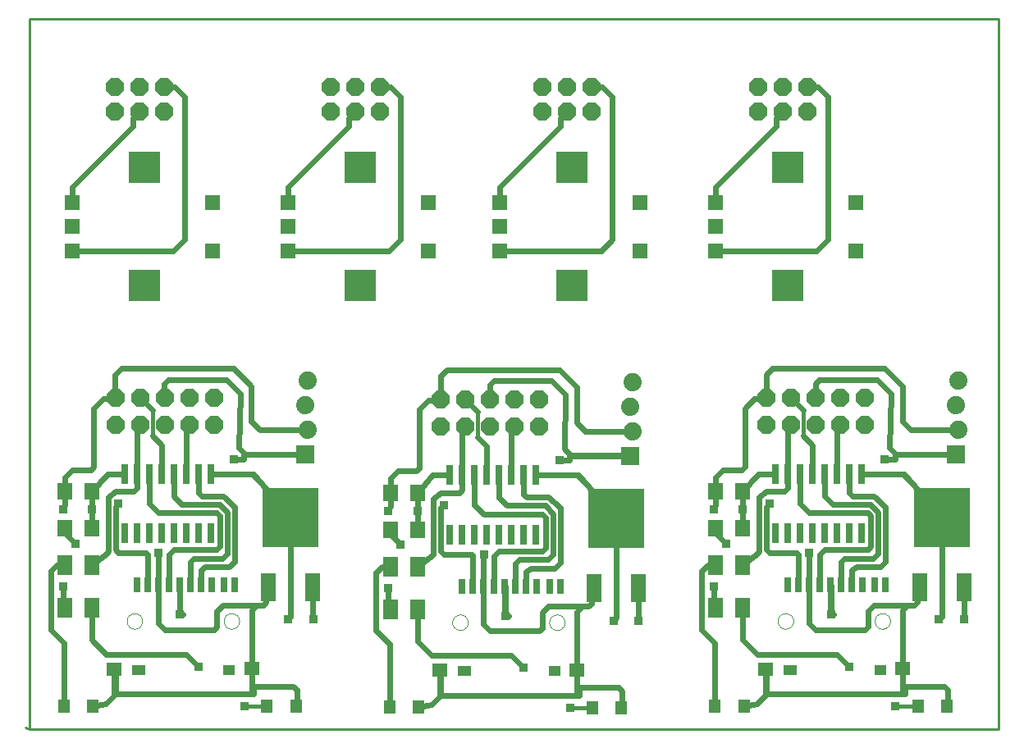
<source format=gtl>
G75*
G70*
%OFA0B0*%
%FSLAX24Y24*%
%IPPOS*%
%LPD*%
%AMOC8*
5,1,8,0,0,1.08239X$1,22.5*
%
%ADD10C,0.0100*%
%ADD11OC8,0.0740*%
%ADD12R,0.0594X0.0594*%
%ADD13R,0.1266X0.1266*%
%ADD14R,0.2283X0.2441*%
%ADD15R,0.0630X0.1181*%
%ADD16R,0.0630X0.0709*%
%ADD17R,0.0260X0.0800*%
%ADD18R,0.0591X0.0531*%
%ADD19R,0.0551X0.0394*%
%ADD20R,0.0512X0.0394*%
%ADD21R,0.0295X0.0591*%
%ADD22C,0.0000*%
%ADD23R,0.0472X0.0551*%
%ADD24R,0.0630X0.0787*%
%ADD25R,0.0740X0.0740*%
%ADD26C,0.0740*%
%ADD27C,0.0240*%
%ADD28R,0.0356X0.0356*%
%ADD29C,0.0160*%
D10*
X000304Y002050D02*
X000304Y030914D01*
X039674Y030914D01*
X039674Y002050D01*
X000304Y002050D01*
X000150Y002101D01*
D11*
X003794Y014410D03*
X004794Y014410D03*
X005794Y014410D03*
X006794Y014410D03*
X007794Y014410D03*
X007794Y015510D03*
X006794Y015510D03*
X005794Y015510D03*
X004794Y015510D03*
X003794Y015510D03*
X017016Y015458D03*
X018016Y015458D03*
X019016Y015458D03*
X020016Y015458D03*
X021016Y015458D03*
X021016Y014358D03*
X020016Y014358D03*
X019016Y014358D03*
X018016Y014358D03*
X017016Y014358D03*
X030239Y014410D03*
X031239Y014410D03*
X032239Y014410D03*
X033239Y014410D03*
X034239Y014410D03*
X034239Y015510D03*
X033239Y015510D03*
X032239Y015510D03*
X031239Y015510D03*
X030239Y015510D03*
X029916Y027142D03*
X030916Y027142D03*
X030916Y028142D03*
X029916Y028142D03*
X031916Y028142D03*
X031916Y027142D03*
X023153Y027142D03*
X023153Y028142D03*
X022153Y028142D03*
X021153Y028142D03*
X021153Y027142D03*
X022153Y027142D03*
X014543Y027142D03*
X013543Y027142D03*
X013543Y028142D03*
X014543Y028142D03*
X012543Y028142D03*
X012543Y027142D03*
X005779Y027142D03*
X005779Y028142D03*
X004779Y028142D03*
X004779Y027142D03*
X003779Y027142D03*
X003779Y028142D03*
D12*
X002030Y023448D03*
X002030Y022463D03*
X002030Y021479D03*
X007738Y021479D03*
X007738Y023448D03*
X010793Y023448D03*
X010793Y022463D03*
X010793Y021479D03*
X016502Y021479D03*
X016502Y023448D03*
X019403Y023448D03*
X019403Y022463D03*
X019403Y021479D03*
X025112Y021479D03*
X025112Y023448D03*
X028167Y023448D03*
X028167Y022463D03*
X028167Y021479D03*
X033876Y021479D03*
X033876Y023448D03*
D13*
X031120Y024865D03*
X031120Y020062D03*
X022356Y020062D03*
X022356Y024865D03*
X013746Y024865D03*
X013746Y020062D03*
X004983Y020062D03*
X004983Y024865D03*
D14*
X010919Y010647D03*
X024141Y010595D03*
X037364Y010647D03*
D15*
X038261Y007820D03*
X036466Y007820D03*
X025039Y007769D03*
X023244Y007769D03*
X011816Y007820D03*
X010021Y007820D03*
D16*
X014965Y010158D03*
X016067Y010158D03*
X016067Y011658D03*
X014965Y011658D03*
X002845Y011710D03*
X001743Y011710D03*
X001743Y010210D03*
X002845Y010210D03*
X028188Y010210D03*
X029290Y010210D03*
X029290Y011710D03*
X028188Y011710D03*
D17*
X030614Y012420D03*
X031114Y012420D03*
X031614Y012420D03*
X032114Y012420D03*
X032614Y012420D03*
X033114Y012420D03*
X033614Y012420D03*
X034114Y012420D03*
X034114Y010000D03*
X033614Y010000D03*
X033114Y010000D03*
X032614Y010000D03*
X032114Y010000D03*
X031614Y010000D03*
X031114Y010000D03*
X030614Y010000D03*
X020891Y009948D03*
X020391Y009948D03*
X019891Y009948D03*
X019391Y009948D03*
X018891Y009948D03*
X018391Y009948D03*
X017891Y009948D03*
X017391Y009948D03*
X017391Y012368D03*
X017891Y012368D03*
X018391Y012368D03*
X018891Y012368D03*
X019391Y012368D03*
X019891Y012368D03*
X020391Y012368D03*
X020891Y012368D03*
X007669Y012420D03*
X007169Y012420D03*
X006669Y012420D03*
X006169Y012420D03*
X005669Y012420D03*
X005169Y012420D03*
X004669Y012420D03*
X004169Y012420D03*
X004169Y010000D03*
X004669Y010000D03*
X005169Y010000D03*
X005669Y010000D03*
X006169Y010000D03*
X006669Y010000D03*
X007169Y010000D03*
X007669Y010000D03*
D18*
X009329Y004507D03*
X003758Y004487D03*
X016981Y004436D03*
X022552Y004456D03*
X030203Y004487D03*
X035774Y004507D03*
D19*
X031197Y004448D03*
X017975Y004397D03*
X004752Y004448D03*
D20*
X008424Y004448D03*
X021646Y004397D03*
X034869Y004448D03*
D21*
X035085Y007903D03*
X034652Y007903D03*
X034140Y007903D03*
X033707Y007903D03*
X033274Y007903D03*
X032841Y007903D03*
X032408Y007903D03*
X031975Y007903D03*
X031542Y007903D03*
X031109Y007903D03*
X021863Y007851D03*
X021430Y007851D03*
X020918Y007851D03*
X020485Y007851D03*
X020052Y007851D03*
X019619Y007851D03*
X019186Y007851D03*
X018752Y007851D03*
X018319Y007851D03*
X017886Y007851D03*
X008640Y007903D03*
X008207Y007903D03*
X007695Y007903D03*
X007262Y007903D03*
X006829Y007903D03*
X006396Y007903D03*
X005963Y007903D03*
X005530Y007903D03*
X005097Y007903D03*
X004664Y007903D03*
D22*
X004260Y006436D02*
X004262Y006471D01*
X004268Y006506D01*
X004278Y006540D01*
X004291Y006573D01*
X004308Y006604D01*
X004329Y006632D01*
X004352Y006659D01*
X004379Y006682D01*
X004407Y006703D01*
X004438Y006720D01*
X004471Y006733D01*
X004505Y006743D01*
X004540Y006749D01*
X004575Y006751D01*
X004610Y006749D01*
X004645Y006743D01*
X004679Y006733D01*
X004712Y006720D01*
X004743Y006703D01*
X004771Y006682D01*
X004798Y006659D01*
X004821Y006632D01*
X004842Y006604D01*
X004859Y006573D01*
X004872Y006540D01*
X004882Y006506D01*
X004888Y006471D01*
X004890Y006436D01*
X004888Y006401D01*
X004882Y006366D01*
X004872Y006332D01*
X004859Y006299D01*
X004842Y006268D01*
X004821Y006240D01*
X004798Y006213D01*
X004771Y006190D01*
X004743Y006169D01*
X004712Y006152D01*
X004679Y006139D01*
X004645Y006129D01*
X004610Y006123D01*
X004575Y006121D01*
X004540Y006123D01*
X004505Y006129D01*
X004471Y006139D01*
X004438Y006152D01*
X004407Y006169D01*
X004379Y006190D01*
X004352Y006213D01*
X004329Y006240D01*
X004308Y006268D01*
X004291Y006299D01*
X004278Y006332D01*
X004268Y006366D01*
X004262Y006401D01*
X004260Y006436D01*
X008197Y006436D02*
X008199Y006471D01*
X008205Y006506D01*
X008215Y006540D01*
X008228Y006573D01*
X008245Y006604D01*
X008266Y006632D01*
X008289Y006659D01*
X008316Y006682D01*
X008344Y006703D01*
X008375Y006720D01*
X008408Y006733D01*
X008442Y006743D01*
X008477Y006749D01*
X008512Y006751D01*
X008547Y006749D01*
X008582Y006743D01*
X008616Y006733D01*
X008649Y006720D01*
X008680Y006703D01*
X008708Y006682D01*
X008735Y006659D01*
X008758Y006632D01*
X008779Y006604D01*
X008796Y006573D01*
X008809Y006540D01*
X008819Y006506D01*
X008825Y006471D01*
X008827Y006436D01*
X008825Y006401D01*
X008819Y006366D01*
X008809Y006332D01*
X008796Y006299D01*
X008779Y006268D01*
X008758Y006240D01*
X008735Y006213D01*
X008708Y006190D01*
X008680Y006169D01*
X008649Y006152D01*
X008616Y006139D01*
X008582Y006129D01*
X008547Y006123D01*
X008512Y006121D01*
X008477Y006123D01*
X008442Y006129D01*
X008408Y006139D01*
X008375Y006152D01*
X008344Y006169D01*
X008316Y006190D01*
X008289Y006213D01*
X008266Y006240D01*
X008245Y006268D01*
X008228Y006299D01*
X008215Y006332D01*
X008205Y006366D01*
X008199Y006401D01*
X008197Y006436D01*
X017483Y006385D02*
X017485Y006420D01*
X017491Y006455D01*
X017501Y006489D01*
X017514Y006522D01*
X017531Y006553D01*
X017552Y006581D01*
X017575Y006608D01*
X017602Y006631D01*
X017630Y006652D01*
X017661Y006669D01*
X017694Y006682D01*
X017728Y006692D01*
X017763Y006698D01*
X017798Y006700D01*
X017833Y006698D01*
X017868Y006692D01*
X017902Y006682D01*
X017935Y006669D01*
X017966Y006652D01*
X017994Y006631D01*
X018021Y006608D01*
X018044Y006581D01*
X018065Y006553D01*
X018082Y006522D01*
X018095Y006489D01*
X018105Y006455D01*
X018111Y006420D01*
X018113Y006385D01*
X018111Y006350D01*
X018105Y006315D01*
X018095Y006281D01*
X018082Y006248D01*
X018065Y006217D01*
X018044Y006189D01*
X018021Y006162D01*
X017994Y006139D01*
X017966Y006118D01*
X017935Y006101D01*
X017902Y006088D01*
X017868Y006078D01*
X017833Y006072D01*
X017798Y006070D01*
X017763Y006072D01*
X017728Y006078D01*
X017694Y006088D01*
X017661Y006101D01*
X017630Y006118D01*
X017602Y006139D01*
X017575Y006162D01*
X017552Y006189D01*
X017531Y006217D01*
X017514Y006248D01*
X017501Y006281D01*
X017491Y006315D01*
X017485Y006350D01*
X017483Y006385D01*
X021420Y006385D02*
X021422Y006420D01*
X021428Y006455D01*
X021438Y006489D01*
X021451Y006522D01*
X021468Y006553D01*
X021489Y006581D01*
X021512Y006608D01*
X021539Y006631D01*
X021567Y006652D01*
X021598Y006669D01*
X021631Y006682D01*
X021665Y006692D01*
X021700Y006698D01*
X021735Y006700D01*
X021770Y006698D01*
X021805Y006692D01*
X021839Y006682D01*
X021872Y006669D01*
X021903Y006652D01*
X021931Y006631D01*
X021958Y006608D01*
X021981Y006581D01*
X022002Y006553D01*
X022019Y006522D01*
X022032Y006489D01*
X022042Y006455D01*
X022048Y006420D01*
X022050Y006385D01*
X022048Y006350D01*
X022042Y006315D01*
X022032Y006281D01*
X022019Y006248D01*
X022002Y006217D01*
X021981Y006189D01*
X021958Y006162D01*
X021931Y006139D01*
X021903Y006118D01*
X021872Y006101D01*
X021839Y006088D01*
X021805Y006078D01*
X021770Y006072D01*
X021735Y006070D01*
X021700Y006072D01*
X021665Y006078D01*
X021631Y006088D01*
X021598Y006101D01*
X021567Y006118D01*
X021539Y006139D01*
X021512Y006162D01*
X021489Y006189D01*
X021468Y006217D01*
X021451Y006248D01*
X021438Y006281D01*
X021428Y006315D01*
X021422Y006350D01*
X021420Y006385D01*
X030705Y006436D02*
X030707Y006471D01*
X030713Y006506D01*
X030723Y006540D01*
X030736Y006573D01*
X030753Y006604D01*
X030774Y006632D01*
X030797Y006659D01*
X030824Y006682D01*
X030852Y006703D01*
X030883Y006720D01*
X030916Y006733D01*
X030950Y006743D01*
X030985Y006749D01*
X031020Y006751D01*
X031055Y006749D01*
X031090Y006743D01*
X031124Y006733D01*
X031157Y006720D01*
X031188Y006703D01*
X031216Y006682D01*
X031243Y006659D01*
X031266Y006632D01*
X031287Y006604D01*
X031304Y006573D01*
X031317Y006540D01*
X031327Y006506D01*
X031333Y006471D01*
X031335Y006436D01*
X031333Y006401D01*
X031327Y006366D01*
X031317Y006332D01*
X031304Y006299D01*
X031287Y006268D01*
X031266Y006240D01*
X031243Y006213D01*
X031216Y006190D01*
X031188Y006169D01*
X031157Y006152D01*
X031124Y006139D01*
X031090Y006129D01*
X031055Y006123D01*
X031020Y006121D01*
X030985Y006123D01*
X030950Y006129D01*
X030916Y006139D01*
X030883Y006152D01*
X030852Y006169D01*
X030824Y006190D01*
X030797Y006213D01*
X030774Y006240D01*
X030753Y006268D01*
X030736Y006299D01*
X030723Y006332D01*
X030713Y006366D01*
X030707Y006401D01*
X030705Y006436D01*
X034642Y006436D02*
X034644Y006471D01*
X034650Y006506D01*
X034660Y006540D01*
X034673Y006573D01*
X034690Y006604D01*
X034711Y006632D01*
X034734Y006659D01*
X034761Y006682D01*
X034789Y006703D01*
X034820Y006720D01*
X034853Y006733D01*
X034887Y006743D01*
X034922Y006749D01*
X034957Y006751D01*
X034992Y006749D01*
X035027Y006743D01*
X035061Y006733D01*
X035094Y006720D01*
X035125Y006703D01*
X035153Y006682D01*
X035180Y006659D01*
X035203Y006632D01*
X035224Y006604D01*
X035241Y006573D01*
X035254Y006540D01*
X035264Y006506D01*
X035270Y006471D01*
X035272Y006436D01*
X035270Y006401D01*
X035264Y006366D01*
X035254Y006332D01*
X035241Y006299D01*
X035224Y006268D01*
X035203Y006240D01*
X035180Y006213D01*
X035153Y006190D01*
X035125Y006169D01*
X035094Y006152D01*
X035061Y006139D01*
X035027Y006129D01*
X034992Y006123D01*
X034957Y006121D01*
X034922Y006123D01*
X034887Y006129D01*
X034853Y006139D01*
X034820Y006152D01*
X034789Y006169D01*
X034761Y006190D01*
X034734Y006213D01*
X034711Y006240D01*
X034690Y006268D01*
X034673Y006299D01*
X034660Y006332D01*
X034650Y006366D01*
X034644Y006401D01*
X034642Y006436D01*
D23*
X036396Y002962D03*
X037577Y002962D03*
X029329Y002982D03*
X028148Y002982D03*
X024354Y002911D03*
X023173Y002911D03*
X016107Y002931D03*
X014926Y002931D03*
X011132Y002962D03*
X009951Y002962D03*
X002884Y002982D03*
X001703Y002982D03*
D24*
X001743Y006960D03*
X002845Y006960D03*
X002845Y008710D03*
X001743Y008710D03*
X014965Y008658D03*
X016067Y008658D03*
X016067Y006908D03*
X014965Y006908D03*
X028188Y006960D03*
X029290Y006960D03*
X029290Y008710D03*
X028188Y008710D03*
D25*
X024716Y013158D03*
X037939Y013210D03*
X011494Y013210D03*
D26*
X011594Y014210D03*
X011494Y015210D03*
X011594Y016210D03*
X024716Y015158D03*
X024816Y014158D03*
X024816Y016158D03*
X037939Y015210D03*
X038039Y014210D03*
X038039Y016210D03*
D27*
X035769Y015990D02*
X035769Y014555D01*
X036114Y014210D01*
X038039Y014210D01*
X037939Y013240D02*
X037358Y013222D01*
X035461Y013222D01*
X035461Y013017D01*
X035051Y013017D01*
X035256Y013478D02*
X035525Y013210D01*
X037939Y013210D01*
X037939Y013240D01*
X036614Y011585D02*
X036364Y011335D01*
X037364Y010335D01*
X037364Y006617D01*
X037255Y006508D01*
X038261Y006527D02*
X038280Y006508D01*
X038261Y006527D02*
X038261Y007820D01*
X036466Y007820D02*
X036364Y007718D01*
X036364Y007210D01*
X036239Y007085D01*
X035989Y007085D01*
X035774Y006870D01*
X035774Y004507D01*
X035774Y003549D01*
X035864Y003460D01*
X035864Y003785D01*
X035871Y003792D01*
X037460Y003792D01*
X037614Y003638D01*
X037614Y002999D01*
X037577Y002962D01*
X035864Y003460D02*
X030239Y003460D01*
X030203Y003495D01*
X030203Y004487D01*
X030239Y004452D01*
X030239Y003460D01*
X029864Y003085D01*
X029329Y002982D01*
X028148Y002982D02*
X028148Y005550D01*
X027614Y006085D01*
X027614Y008460D01*
X027864Y008710D01*
X028188Y008710D01*
X028614Y009585D02*
X028188Y010011D01*
X028188Y010210D01*
X028114Y010960D02*
X028188Y011159D01*
X028188Y011710D01*
X028188Y012284D01*
X028489Y012585D01*
X029239Y012585D01*
X029364Y012710D01*
X029364Y015085D01*
X029739Y015460D01*
X030189Y015460D01*
X030239Y015510D01*
X030234Y015515D01*
X030234Y016451D01*
X030490Y016707D01*
X035051Y016707D01*
X035769Y015990D01*
X035308Y015682D02*
X034744Y016246D01*
X032386Y016246D01*
X032233Y016092D01*
X032233Y015516D01*
X032239Y015510D01*
X031739Y015010D02*
X031239Y015510D01*
X031239Y014410D02*
X031114Y014285D01*
X031114Y012420D01*
X031114Y011835D01*
X030989Y011710D01*
X030239Y011710D01*
X029938Y011460D01*
X029938Y009283D01*
X029915Y009210D01*
X029290Y008710D01*
X030239Y009335D02*
X030239Y011085D01*
X030364Y011210D01*
X029290Y010960D02*
X029290Y010210D01*
X030239Y009335D02*
X030364Y009210D01*
X031489Y009210D01*
X031542Y009157D01*
X031542Y007903D01*
X031975Y007903D02*
X031975Y006348D01*
X032239Y006085D01*
X034239Y006085D01*
X034364Y006210D01*
X034364Y006835D01*
X034614Y007085D01*
X035989Y007085D01*
X034870Y008630D02*
X033893Y008630D01*
X033707Y008496D01*
X033707Y007903D01*
X033274Y007903D02*
X033274Y008841D01*
X033415Y008982D01*
X034591Y008982D01*
X034790Y009181D01*
X034790Y010835D01*
X034489Y011187D01*
X032931Y011187D01*
X032614Y011505D01*
X032614Y012420D01*
X032114Y012420D02*
X032114Y013585D01*
X031739Y013960D01*
X033114Y014285D02*
X033239Y014410D01*
X033114Y014285D02*
X033114Y012420D01*
X033614Y012420D02*
X033614Y011636D01*
X033739Y011511D01*
X034614Y011511D01*
X035091Y011085D01*
X035091Y008851D01*
X034870Y008630D01*
X034364Y009335D02*
X034489Y009460D01*
X034489Y010710D01*
X034364Y010835D01*
X031989Y010835D01*
X031614Y011210D01*
X031614Y012420D01*
X030614Y012420D02*
X029915Y012420D01*
X029290Y011710D01*
X029290Y010960D01*
X031975Y009196D02*
X031989Y009210D01*
X031975Y009196D02*
X031975Y007903D01*
X032408Y007903D02*
X032408Y009129D01*
X032614Y009335D01*
X034364Y009335D01*
X032864Y007880D02*
X032841Y007903D01*
X032841Y006857D01*
X032989Y006710D01*
X032864Y006710D02*
X032864Y007880D01*
X033114Y005085D02*
X029864Y005085D01*
X029290Y005659D01*
X029290Y006960D01*
X028188Y006960D02*
X028114Y007034D01*
X028114Y007835D01*
X025039Y007769D02*
X025039Y006476D01*
X025058Y006457D01*
X024141Y006566D02*
X024033Y006457D01*
X024141Y006566D02*
X024141Y010283D01*
X023141Y011283D01*
X023391Y011533D01*
X022556Y012368D01*
X020891Y012368D01*
X020391Y012368D02*
X020391Y011585D01*
X020516Y011460D01*
X021391Y011460D01*
X021869Y011033D01*
X021869Y008800D01*
X021648Y008578D01*
X020670Y008578D01*
X020485Y008444D01*
X020485Y007851D01*
X020052Y007851D02*
X020052Y008790D01*
X020193Y008931D01*
X021369Y008931D01*
X021568Y009130D01*
X021568Y010783D01*
X021266Y011136D01*
X019709Y011136D01*
X019391Y011453D01*
X019391Y012368D01*
X018891Y012368D02*
X018891Y013533D01*
X018516Y013908D01*
X018016Y014358D02*
X017891Y014233D01*
X017891Y012368D01*
X017891Y011783D01*
X017766Y011658D01*
X017016Y011658D01*
X016715Y011408D01*
X016715Y009232D01*
X016693Y009158D01*
X016067Y008658D01*
X017016Y009283D02*
X017016Y011033D01*
X017141Y011158D01*
X016067Y010908D02*
X016067Y010158D01*
X015391Y009533D02*
X014965Y009960D01*
X014965Y010158D01*
X014891Y010908D02*
X014965Y011107D01*
X014965Y011658D01*
X014965Y012232D01*
X015266Y012533D01*
X016016Y012533D01*
X016141Y012658D01*
X016141Y015033D01*
X016516Y015408D01*
X016966Y015408D01*
X017016Y015458D01*
X017011Y015463D01*
X017011Y016400D01*
X017268Y016656D01*
X021829Y016656D01*
X022546Y015938D01*
X022546Y014503D01*
X022891Y014158D01*
X024816Y014158D01*
X024716Y013188D02*
X024135Y013171D01*
X022239Y013171D01*
X022239Y012966D01*
X021829Y012966D01*
X022034Y013427D02*
X022085Y015631D01*
X021521Y016195D01*
X019164Y016195D01*
X019010Y016041D01*
X019010Y015465D01*
X019016Y015458D01*
X018516Y014958D02*
X018016Y015458D01*
X019891Y014233D02*
X020016Y014358D01*
X019891Y014233D02*
X019891Y012368D01*
X018391Y012368D02*
X018391Y011158D01*
X018766Y010783D01*
X021141Y010783D01*
X021266Y010658D01*
X021266Y009408D01*
X021141Y009283D01*
X019391Y009283D01*
X019186Y009078D01*
X019186Y007851D01*
X019619Y007851D02*
X019619Y006806D01*
X019766Y006658D01*
X019641Y006658D02*
X019641Y007829D01*
X019619Y007851D01*
X018752Y007851D02*
X018752Y006297D01*
X019016Y006033D01*
X021016Y006033D01*
X021141Y006158D01*
X021141Y006783D01*
X021391Y007033D01*
X022766Y007033D01*
X022552Y006819D01*
X022552Y004456D01*
X022552Y003498D01*
X022641Y003408D01*
X022641Y003733D01*
X022649Y003741D01*
X024238Y003741D01*
X024391Y003587D01*
X024391Y002948D01*
X024354Y002911D01*
X022641Y003408D02*
X017016Y003408D01*
X016981Y003444D01*
X016981Y004436D01*
X017016Y004401D01*
X017016Y003408D01*
X016641Y003033D01*
X016107Y002931D01*
X014926Y002931D02*
X014926Y005499D01*
X014391Y006033D01*
X014391Y008408D01*
X014641Y008658D01*
X014965Y008658D01*
X014891Y007783D02*
X014891Y006982D01*
X014965Y006908D01*
X016067Y006908D02*
X016067Y005607D01*
X016641Y005033D01*
X019891Y005033D01*
X020391Y004533D01*
X022766Y007033D02*
X023016Y007033D01*
X023141Y007158D01*
X023141Y007666D01*
X023244Y007769D01*
X024141Y010595D02*
X022618Y012368D01*
X022556Y012368D01*
X022303Y013158D02*
X022034Y013427D01*
X022303Y013158D02*
X024716Y013158D01*
X024716Y013188D01*
X018766Y009158D02*
X018752Y009145D01*
X018752Y007851D01*
X018319Y007851D02*
X018319Y009105D01*
X018266Y009158D01*
X017141Y009158D01*
X017016Y009283D01*
X016067Y010908D02*
X016067Y011658D01*
X016692Y012368D01*
X017391Y012368D01*
X011594Y014210D02*
X009669Y014210D01*
X009324Y014555D01*
X009324Y015990D01*
X008606Y016707D01*
X004045Y016707D01*
X003789Y016451D01*
X003789Y015515D01*
X003794Y015510D01*
X003744Y015460D01*
X003294Y015460D01*
X002919Y015085D01*
X002919Y012710D01*
X002794Y012585D01*
X002044Y012585D01*
X001743Y012284D01*
X001743Y011710D01*
X001743Y011159D01*
X001669Y010960D01*
X001743Y010210D02*
X001743Y010011D01*
X002169Y009585D01*
X002845Y010210D02*
X002845Y010960D01*
X002845Y011710D01*
X003470Y012420D01*
X004169Y012420D01*
X004669Y012420D02*
X004669Y011835D01*
X004544Y011710D01*
X003794Y011710D01*
X003493Y011460D01*
X003493Y009283D01*
X003470Y009210D01*
X002845Y008710D01*
X003794Y009335D02*
X003794Y011085D01*
X003919Y011210D01*
X005169Y011210D02*
X005169Y012420D01*
X004669Y012420D02*
X004669Y014285D01*
X004794Y014410D01*
X005294Y013960D02*
X005669Y013585D01*
X005669Y012420D01*
X006169Y012420D02*
X006169Y011505D01*
X006486Y011187D01*
X008044Y011187D01*
X008345Y010835D01*
X008345Y009181D01*
X008146Y008982D01*
X006970Y008982D01*
X006829Y008841D01*
X006829Y007903D01*
X006419Y007880D02*
X006396Y007903D01*
X006396Y006857D01*
X006544Y006710D01*
X006419Y006710D02*
X006419Y007880D01*
X005963Y007903D02*
X005963Y009129D01*
X006169Y009335D01*
X007919Y009335D01*
X008044Y009460D01*
X008044Y010710D01*
X007919Y010835D01*
X005544Y010835D01*
X005169Y011210D01*
X006669Y012420D02*
X006669Y014285D01*
X006794Y014410D01*
X005794Y015510D02*
X005788Y015516D01*
X005788Y016092D01*
X005941Y016246D01*
X008299Y016246D01*
X008863Y015682D01*
X008811Y013478D01*
X009080Y013210D01*
X011494Y013210D01*
X011494Y013240D01*
X010913Y013222D01*
X009016Y013222D01*
X009016Y013017D01*
X008606Y013017D01*
X009334Y012420D02*
X007669Y012420D01*
X007169Y012420D02*
X007169Y011636D01*
X007294Y011511D01*
X008169Y011511D01*
X008646Y011085D01*
X008646Y008851D01*
X008425Y008630D01*
X007448Y008630D01*
X007262Y008496D01*
X007262Y007903D01*
X008169Y007085D02*
X007919Y006835D01*
X007919Y006210D01*
X007794Y006085D01*
X005794Y006085D01*
X005530Y006348D01*
X005530Y007903D01*
X005530Y009196D01*
X005544Y009210D01*
X005097Y009157D02*
X005044Y009210D01*
X003919Y009210D01*
X003794Y009335D01*
X005097Y009157D02*
X005097Y007903D01*
X002845Y006960D02*
X002845Y005659D01*
X003419Y005085D01*
X006669Y005085D01*
X007169Y004585D01*
X009329Y004507D02*
X009329Y003549D01*
X009419Y003460D01*
X009419Y003785D01*
X009426Y003792D01*
X011015Y003792D01*
X011169Y003638D01*
X011169Y002999D01*
X011132Y002962D01*
X009419Y003460D02*
X003794Y003460D01*
X003758Y003495D01*
X003758Y004487D01*
X003794Y004452D01*
X003794Y003460D01*
X003419Y003085D01*
X002884Y002982D01*
X001703Y002982D02*
X001703Y005550D01*
X001169Y006085D01*
X001169Y008460D01*
X001419Y008710D01*
X001743Y008710D01*
X001669Y007835D02*
X001669Y007034D01*
X001743Y006960D01*
X008169Y007085D02*
X009544Y007085D01*
X009329Y006870D01*
X009329Y004507D01*
X010810Y006508D02*
X010919Y006617D01*
X010919Y010335D01*
X009919Y011335D01*
X010169Y011585D01*
X009334Y012420D01*
X009396Y012420D01*
X010919Y010647D01*
X011816Y007820D02*
X011816Y006527D01*
X011835Y006508D01*
X009919Y007210D02*
X009794Y007085D01*
X009544Y007085D01*
X009919Y007210D02*
X009919Y007718D01*
X010021Y007820D01*
X005294Y015010D02*
X004794Y015510D01*
X006152Y021479D02*
X002030Y021479D01*
X002030Y023448D02*
X002030Y024071D01*
X004506Y026547D01*
X004506Y026870D01*
X004779Y027142D01*
X005785Y028136D02*
X005779Y028142D01*
X005785Y028136D02*
X006198Y028136D01*
X006608Y027726D01*
X006608Y021935D01*
X006152Y021479D01*
X010793Y021479D02*
X014916Y021479D01*
X015371Y021935D01*
X015371Y027726D01*
X014961Y028136D01*
X014549Y028136D01*
X014543Y028142D01*
X013543Y027142D02*
X013270Y026870D01*
X013270Y026547D01*
X010793Y024071D01*
X010793Y023448D01*
X019403Y023448D02*
X019403Y024071D01*
X021880Y026547D01*
X021880Y026870D01*
X022153Y027142D01*
X023159Y028136D02*
X023153Y028142D01*
X023159Y028136D02*
X023571Y028136D01*
X023981Y027726D01*
X023981Y021935D01*
X023526Y021479D01*
X019403Y021479D01*
X028167Y021479D02*
X032289Y021479D01*
X032745Y021935D01*
X032745Y027726D01*
X032335Y028136D01*
X031923Y028136D01*
X031916Y028142D01*
X030916Y027142D02*
X030644Y026870D01*
X030644Y026547D01*
X028167Y024071D01*
X028167Y023448D01*
X035308Y015682D02*
X035256Y013478D01*
X035779Y012420D02*
X034114Y012420D01*
X035779Y012420D02*
X036614Y011585D01*
X035841Y012420D02*
X037364Y010647D01*
X035841Y012420D02*
X035779Y012420D01*
X033114Y005085D02*
X033614Y004585D01*
D28*
X033614Y004585D03*
X035489Y002960D03*
X037255Y006508D03*
X038280Y006508D03*
X032864Y006710D03*
X031989Y009210D03*
X030364Y011210D03*
X029290Y010960D03*
X028114Y010960D03*
X028614Y009585D03*
X028114Y007835D03*
X025058Y006457D03*
X024033Y006457D03*
X020391Y004533D03*
X022266Y002908D03*
X019641Y006658D03*
X018766Y009158D03*
X017141Y011158D03*
X016067Y010908D03*
X014891Y010908D03*
X015391Y009533D03*
X014891Y007783D03*
X011835Y006508D03*
X010810Y006508D03*
X007169Y004585D03*
X009044Y002960D03*
X006419Y006710D03*
X005544Y009210D03*
X002845Y010960D03*
X003919Y011210D03*
X001669Y010960D03*
X002169Y009585D03*
X001669Y007835D03*
X008606Y013017D03*
X021829Y012966D03*
X035051Y013017D03*
D29*
X031739Y013960D02*
X031739Y015010D01*
X018516Y014958D02*
X018516Y013908D01*
X005294Y013960D02*
X005294Y015010D01*
X009044Y002960D02*
X009948Y002960D01*
X009951Y002962D01*
X022266Y002908D02*
X023171Y002908D01*
X023173Y002911D01*
X035489Y002960D02*
X036393Y002960D01*
X036396Y002962D01*
M02*

</source>
